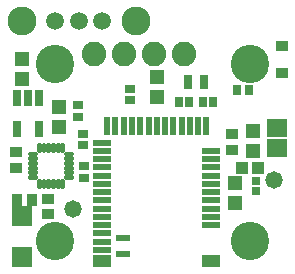
<source format=gbr>
G04 EAGLE Gerber RS-274X export*
G75*
%MOMM*%
%FSLAX34Y34*%
%LPD*%
%INSoldermask Top*%
%IPPOS*%
%AMOC8*
5,1,8,0,0,1.08239X$1,22.5*%
G01*
%ADD10C,1.473200*%
%ADD11C,3.248200*%
%ADD12R,1.203200X1.303200*%
%ADD13R,0.793200X0.833200*%
%ADD14R,1.103200X0.903200*%
%ADD15R,0.903200X1.103200*%
%ADD16C,2.082800*%
%ADD17R,1.053200X1.003200*%
%ADD18R,0.803200X0.743200*%
%ADD19R,1.703200X1.703200*%
%ADD20R,1.603200X1.003200*%
%ADD21R,1.603200X0.603200*%
%ADD22R,0.603200X1.603200*%
%ADD23R,1.203200X0.603200*%
%ADD24C,0.258150*%
%ADD25C,1.511200*%
%ADD26C,2.453200*%
%ADD27R,0.753200X1.403200*%
%ADD28R,1.703200X1.503200*%
%ADD29R,0.803200X1.303200*%
%ADD30R,1.033200X0.833200*%
%ADD31R,0.903200X0.803200*%
%ADD32R,0.803200X0.903200*%


D10*
X383540Y104140D03*
D11*
X198120Y52000D03*
X198120Y202000D03*
X363220Y202000D03*
X363220Y52000D03*
D12*
X284480Y174380D03*
X284480Y191380D03*
D13*
X323460Y169672D03*
X331860Y169672D03*
X311540Y169672D03*
X303140Y169672D03*
D14*
X165608Y114404D03*
X165608Y127404D03*
X192532Y74780D03*
X192532Y87780D03*
D15*
X165712Y87376D03*
X178712Y87376D03*
D12*
X365760Y145660D03*
X365760Y128660D03*
D16*
X231140Y210820D03*
X256540Y210820D03*
X281940Y210820D03*
X307340Y210820D03*
D17*
X370220Y114300D03*
X356220Y114300D03*
D18*
X368300Y102872D03*
X368300Y94232D03*
D19*
X170180Y38380D03*
X170180Y73380D03*
D20*
X330480Y35660D03*
D21*
X330480Y65660D03*
X330480Y72660D03*
X330480Y79660D03*
X330480Y86660D03*
X330480Y93660D03*
X330480Y100660D03*
X330480Y107660D03*
X330480Y114660D03*
X330480Y121660D03*
X330480Y128660D03*
D22*
X326480Y149660D03*
X319480Y149660D03*
X312480Y149660D03*
X305480Y149660D03*
X298480Y149660D03*
X291480Y149660D03*
X284480Y149660D03*
X277480Y149660D03*
X270480Y149660D03*
X263480Y149660D03*
X256480Y149660D03*
X249480Y149660D03*
X242480Y149660D03*
D21*
X238480Y128660D03*
X238480Y121660D03*
X238480Y114660D03*
X238480Y107660D03*
X238480Y100660D03*
X238480Y93660D03*
X238480Y86660D03*
X238480Y79660D03*
X238480Y72660D03*
X238480Y65660D03*
X238480Y58660D03*
X238480Y51660D03*
X238480Y44660D03*
D20*
X238480Y35660D03*
D23*
X255480Y41160D03*
X255480Y55160D03*
D21*
X238480Y135660D03*
D24*
X203739Y134707D02*
X203739Y128857D01*
X203739Y134707D02*
X205389Y134707D01*
X205389Y128857D01*
X203739Y128857D01*
X203739Y131310D02*
X205389Y131310D01*
X205389Y133763D02*
X203739Y133763D01*
X199739Y134707D02*
X199739Y128857D01*
X199739Y134707D02*
X201389Y134707D01*
X201389Y128857D01*
X199739Y128857D01*
X199739Y131310D02*
X201389Y131310D01*
X201389Y133763D02*
X199739Y133763D01*
X195739Y134707D02*
X195739Y128857D01*
X195739Y134707D02*
X197389Y134707D01*
X197389Y128857D01*
X195739Y128857D01*
X195739Y131310D02*
X197389Y131310D01*
X197389Y133763D02*
X195739Y133763D01*
X191739Y134707D02*
X191739Y128857D01*
X191739Y134707D02*
X193389Y134707D01*
X193389Y128857D01*
X191739Y128857D01*
X191739Y131310D02*
X193389Y131310D01*
X193389Y133763D02*
X191739Y133763D01*
X187739Y134707D02*
X187739Y128857D01*
X187739Y134707D02*
X189389Y134707D01*
X189389Y128857D01*
X187739Y128857D01*
X187739Y131310D02*
X189389Y131310D01*
X189389Y133763D02*
X187739Y133763D01*
X183739Y134707D02*
X183739Y128857D01*
X183739Y134707D02*
X185389Y134707D01*
X185389Y128857D01*
X183739Y128857D01*
X183739Y131310D02*
X185389Y131310D01*
X185389Y133763D02*
X183739Y133763D01*
X182039Y125507D02*
X176189Y125507D01*
X176189Y127157D01*
X182039Y127157D01*
X182039Y125507D01*
X182039Y121507D02*
X176189Y121507D01*
X176189Y123157D01*
X182039Y123157D01*
X182039Y121507D01*
X182039Y117507D02*
X176189Y117507D01*
X176189Y119157D01*
X182039Y119157D01*
X182039Y117507D01*
X182039Y113507D02*
X176189Y113507D01*
X176189Y115157D01*
X182039Y115157D01*
X182039Y113507D01*
X182039Y109507D02*
X176189Y109507D01*
X176189Y111157D01*
X182039Y111157D01*
X182039Y109507D01*
X182039Y105507D02*
X176189Y105507D01*
X176189Y107157D01*
X182039Y107157D01*
X182039Y105507D01*
X185389Y103807D02*
X185389Y97957D01*
X183739Y97957D01*
X183739Y103807D01*
X185389Y103807D01*
X185389Y100410D02*
X183739Y100410D01*
X183739Y102863D02*
X185389Y102863D01*
X189389Y103807D02*
X189389Y97957D01*
X187739Y97957D01*
X187739Y103807D01*
X189389Y103807D01*
X189389Y100410D02*
X187739Y100410D01*
X187739Y102863D02*
X189389Y102863D01*
X193389Y103807D02*
X193389Y97957D01*
X191739Y97957D01*
X191739Y103807D01*
X193389Y103807D01*
X193389Y100410D02*
X191739Y100410D01*
X191739Y102863D02*
X193389Y102863D01*
X197389Y103807D02*
X197389Y97957D01*
X195739Y97957D01*
X195739Y103807D01*
X197389Y103807D01*
X197389Y100410D02*
X195739Y100410D01*
X195739Y102863D02*
X197389Y102863D01*
X201389Y103807D02*
X201389Y97957D01*
X199739Y97957D01*
X199739Y103807D01*
X201389Y103807D01*
X201389Y100410D02*
X199739Y100410D01*
X199739Y102863D02*
X201389Y102863D01*
X205389Y103807D02*
X205389Y97957D01*
X203739Y97957D01*
X203739Y103807D01*
X205389Y103807D01*
X205389Y100410D02*
X203739Y100410D01*
X203739Y102863D02*
X205389Y102863D01*
X207089Y107157D02*
X212939Y107157D01*
X212939Y105507D01*
X207089Y105507D01*
X207089Y107157D01*
X207089Y111157D02*
X212939Y111157D01*
X212939Y109507D01*
X207089Y109507D01*
X207089Y111157D01*
X207089Y115157D02*
X212939Y115157D01*
X212939Y113507D01*
X207089Y113507D01*
X207089Y115157D01*
X207089Y119157D02*
X212939Y119157D01*
X212939Y117507D01*
X207089Y117507D01*
X207089Y119157D01*
X207089Y123157D02*
X212939Y123157D01*
X212939Y121507D01*
X207089Y121507D01*
X207089Y123157D01*
X207089Y127157D02*
X212939Y127157D01*
X212939Y125507D01*
X207089Y125507D01*
X207089Y127157D01*
D10*
X213360Y79756D03*
D25*
X218440Y238760D03*
X198440Y238760D03*
X238440Y238760D03*
D26*
X169940Y238760D03*
X266940Y238760D03*
D27*
X184760Y173021D03*
X175260Y173021D03*
X165760Y173021D03*
X165760Y147019D03*
X184760Y147019D03*
D12*
X170180Y206620D03*
X170180Y189620D03*
X201676Y165980D03*
X201676Y148980D03*
D28*
X386080Y148200D03*
X386080Y131200D03*
D29*
X310500Y186944D03*
X324500Y186944D03*
D30*
X390652Y217240D03*
X390652Y194240D03*
D14*
X348488Y129644D03*
X348488Y142644D03*
D31*
X262128Y181276D03*
X262128Y171276D03*
D32*
X362124Y180340D03*
X352124Y180340D03*
D31*
X217424Y167560D03*
X217424Y157560D03*
D12*
X351028Y84464D03*
X351028Y101464D03*
D31*
X222504Y115744D03*
X222504Y105744D03*
X221996Y133176D03*
X221996Y143176D03*
M02*

</source>
